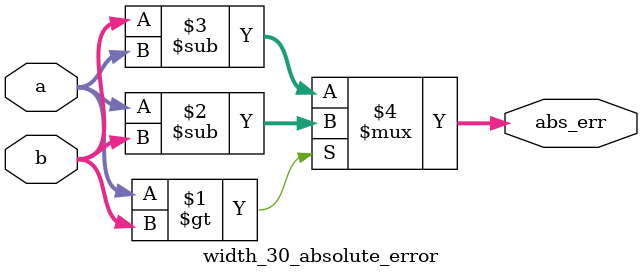
<source format=v>
module width_30_absolute_error(a, b, abs_err);
parameter _bit = 30;
input [_bit - 1: 0] a;
input [_bit - 1: 0] b;
output reg [_bit - 1: 0] abs_err;
assign abs_err = (a > b)? (a - b): (b - a);
endmodule

</source>
